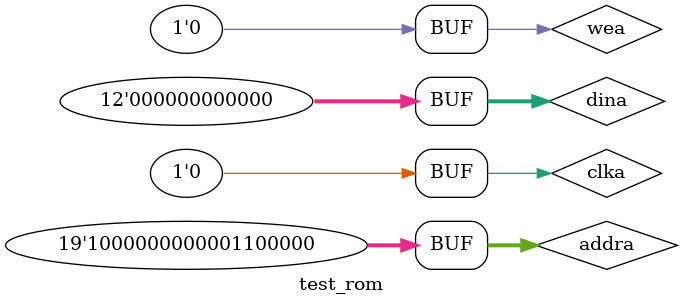
<source format=v>
`timescale 1ns / 1ps


module test_rom;

	// Inputs
	reg clka;
	reg [0:0] wea;
	reg [18:0] addra;
	reg [11:0] dina;

	// Outputs
	wire [11:0] douta;

	// Instantiate the Unit Under Test (UUT)
	Image uut (
		.clka(clka), 
		.wea(wea), 
		.addra(addra), 
		.dina(dina), 
		.douta(douta)
	);

	initial begin
		// Initialize Inputs
		clka = 0;
		wea = 0;
		addra = 0;
		dina = 0;
		for (addra = 262252; addra > 262240; addra = addra - 1) begin
			#50;
		end
	end
	
	always begin
		clka = 1;
		#20;
		clka = 0;
		#20;
	end
      
endmodule


</source>
